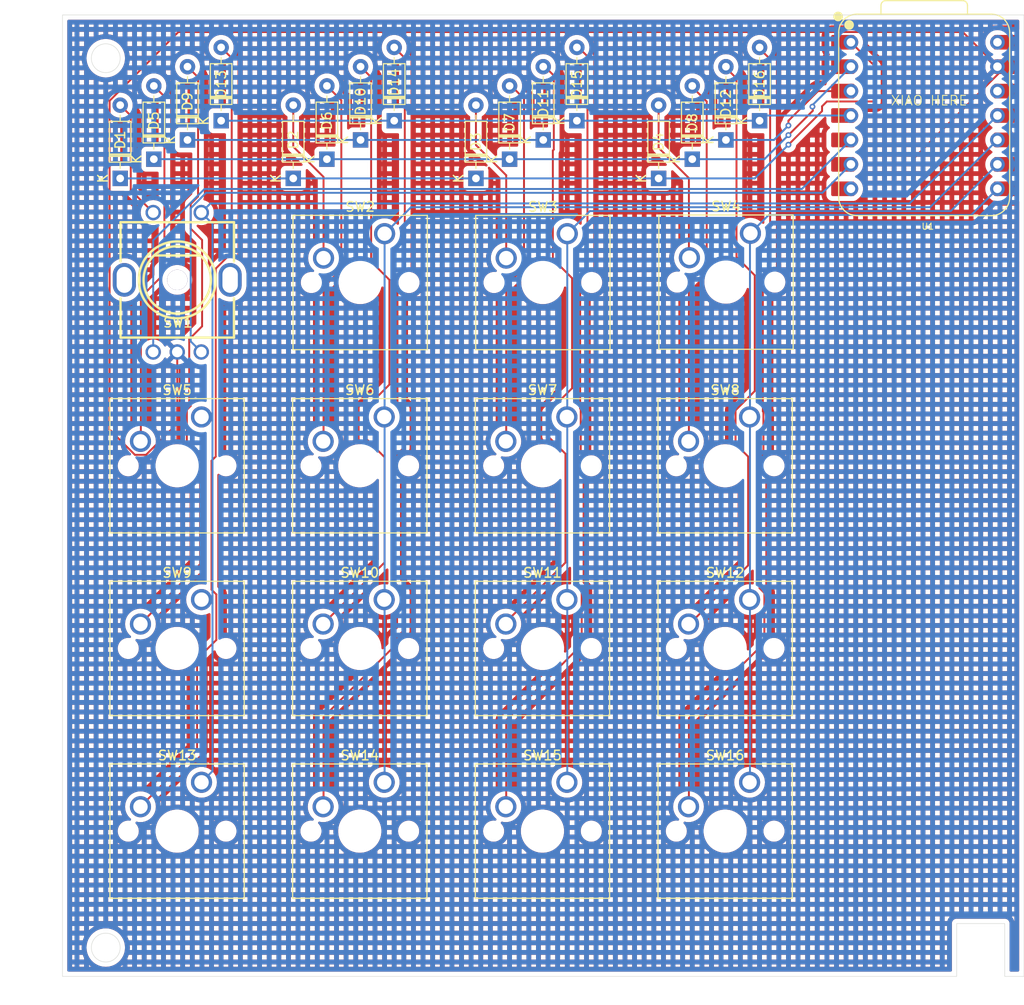
<source format=kicad_pcb>
(kicad_pcb (version 20240108) (generator "pcbnew") (generator_version "8.0")
  (layers (0 "F.Cu" signal) (31 "B.Cu" signal) (34 "B.Paste" user) (35 "F.Paste" user) (36 "B.SilkS" user "B.Silkscreen") (37 "F.SilkS" user "F.Silkscreen") (38 "B.Mask" user) (39 "F.Mask" user) (44 "Edge.Cuts" user))
  (net 0 "")
  (net 1 "Net-(D1-A)")
  (net 2 "GND")
  (net 3 "R1")
  (net 4 "Net-(D2-A)")
  (net 5 "Net-(D3-A)")
  (net 6 "Net-(D4-A)")
  (net 7 "Net-(D5-A)")
  (net 8 "R2")
  (net 9 "Net-(D7-A)")
  (net 10 "+3.3V")
  (net 11 "+5V")
  (net 12 "Net-(D8-A)")
  (net 13 "Net-(D9-A)")
  (net 14 "R3")
  (net 15 "Net-(D11-A)")
  (net 16 "Net-(D12-A)")
  (net 17 "R4")
  (net 18 "Net-(D13-A)")
  (net 19 "Net-(D15-A)")
  (net 20 "Net-(D16-A)")
  (net 21 "A")
  (net 22 "B")
  (net 23 "C2")
  (net 24 "C3")
  (net 25 "C4")
  (net 26 "C1")
  (net 30 "Net-(D6-A)")
  (net 31 "Net-(D10-A)")
  (net 32 "Net-(D14-A)")
  (footprint "Diode_THT:D_DO-35_SOD27_P7.62mm_Horizontal" (layer "F.Cu") (at 53.5 35.5 90)
    (property "Reference" "D2" (at 4 0 90) (layer "F.SilkS"))
    (property "Value" "1N4148")
    (fp_text user "K" (at 0 -1.8 90) (layer "F.SilkS"))
    (pad "1" thru_hole rect (at 0 0 90) (size 1.6 1.6) (drill 0.8) (layers "*.Cu" "*.Mask") (net 3 "R1"))
    (pad "2" thru_hole oval (at 7.62 0 90) (size 1.6 1.6) (drill 0.8) (layers "*.Cu" "*.Mask") (net 4 "Net-(D2-A)"))
  )
  (footprint "Extra:SW_Cherry_MX_1.00u_PCB" (layer "F.Cu") (at 81.96 98.31)
    (property "Reference" "SW15" (at -2.54 -2.794 0) (layer "F.SilkS"))
    (property "Value" "SW_Push")
    (pad "" np_thru_hole circle (at -7.62 5.08) (size 1.7 1.7) (drill 1.7) (layers "*.Cu" "*.Mask"))
    (pad "" np_thru_hole circle (at -2.54 5.08) (size 4 4) (drill 4) (layers "*.Cu" "*.Mask"))
    (pad "" np_thru_hole circle (at 2.54 5.08) (size 1.7 1.7) (drill 1.7) (layers "*.Cu" "*.Mask"))
    (pad "1" thru_hole circle (at 0 0) (size 2.2 2.2) (drill 1.5) (layers "*.Cu" "*.Mask") (net 24 "C3"))
    (pad "2" thru_hole circle (at -6.35 2.54) (size 2.2 2.2) (drill 1.5) (layers "*.Cu" "*.Mask") (net 19 "Net-(D15-A)"))
  )
  (footprint "Diode_THT:D_DO-35_SOD27_P7.62mm_Horizontal" (layer "F.Cu") (at 83 29.5 90)
    (property "Reference" "D15" (at 3.81 0 90) (layer "F.SilkS"))
    (property "Value" "1N4148")
    (fp_text user "K" (at 0 -1.8 90) (layer "F.SilkS"))
    (pad "1" thru_hole rect (at 0 0 90) (size 1.6 1.6) (drill 0.8) (layers "*.Cu" "*.Mask") (net 17 "R4"))
    (pad "2" thru_hole oval (at 7.62 0 90) (size 1.6 1.6) (drill 0.8) (layers "*.Cu" "*.Mask") (net 19 "Net-(D15-A)"))
  )
  (footprint "Diode_THT:D_DO-35_SOD27_P7.62mm_Horizontal" (layer "F.Cu") (at 64 29.5 90)
    (property "Reference" "D14" (at 4 0 90) (layer "F.SilkS"))
    (property "Value" "1N4148")
    (fp_text user "K" (at 0 -1.8 90) (layer "F.SilkS"))
    (pad "1" thru_hole rect (at 0 0 90) (size 1.6 1.6) (drill 0.8) (layers "*.Cu" "*.Mask") (net 17 "R4"))
    (pad "2" thru_hole oval (at 7.62 0 90) (size 1.6 1.6) (drill 0.8) (layers "*.Cu" "*.Mask") (net 32 "Net-(D14-A)"))
  )
  (footprint "Diode_THT:D_DO-35_SOD27_P7.62mm_Horizontal" (layer "F.Cu") (at 39 33.5 90)
    (property "Reference" "D5" (at 4 0 90) (layer "F.SilkS"))
    (property "Value" "1N4148")
    (fp_text user "K" (at 0 -1.8 90) (layer "F.SilkS"))
    (pad "1" thru_hole rect (at 0 0 90) (size 1.6 1.6) (drill 0.8) (layers "*.Cu" "*.Mask") (net 8 "R2"))
    (pad "2" thru_hole oval (at 7.62 0 90) (size 1.6 1.6) (drill 0.8) (layers "*.Cu" "*.Mask") (net 7 "Net-(D5-A)"))
  )
  (footprint "Diode_THT:D_DO-35_SOD27_P7.62mm_Horizontal" (layer "F.Cu") (at 57 33.5 90)
    (property "Reference" "D6" (at 4 0 90) (layer "F.SilkS"))
    (property "Value" "1N4148")
    (fp_text user "K" (at 0 -1.8 90) (layer "F.SilkS"))
    (pad "1" thru_hole rect (at 0 0 90) (size 1.6 1.6) (drill 0.8) (layers "*.Cu" "*.Mask") (net 8 "R2"))
    (pad "2" thru_hole oval (at 7.62 0 90) (size 1.6 1.6) (drill 0.8) (layers "*.Cu" "*.Mask") (net 30 "Net-(D6-A)"))
  )
  (footprint "Extra:SW_Cherry_MX_1.00u_PCB" (layer "F.Cu") (at 82 41.25)
    (property "Reference" "SW3" (at -2.54 -2.794 0) (layer "F.SilkS"))
    (property "Value" "SW_Push")
    (pad "" np_thru_hole circle (at -7.62 5.08) (size 1.7 1.7) (drill 1.7) (layers "*.Cu" "*.Mask"))
    (pad "" np_thru_hole circle (at -2.54 5.08) (size 4 4) (drill 4) (layers "*.Cu" "*.Mask"))
    (pad "" np_thru_hole circle (at 2.54 5.08) (size 1.7 1.7) (drill 1.7) (layers "*.Cu" "*.Mask"))
    (pad "1" thru_hole circle (at 0 0) (size 2.2 2.2) (drill 1.5) (layers "*.Cu" "*.Mask") (net 24 "C3"))
    (pad "2" thru_hole circle (at -6.35 2.54) (size 2.2 2.2) (drill 1.5) (layers "*.Cu" "*.Mask") (net 5 "Net-(D3-A)"))
  )
  (footprint "Extra:SW_Cherry_MX_1.00u_PCB" (layer "F.Cu") (at 81.96 79.31)
    (property "Reference" "SW11" (at -2.54 -2.794 0) (layer "F.SilkS"))
    (property "Value" "SW_Push")
    (pad "" np_thru_hole circle (at -7.62 5.08) (size 1.7 1.7) (drill 1.7) (layers "*.Cu" "*.Mask"))
    (pad "" np_thru_hole circle (at -2.54 5.08) (size 4 4) (drill 4) (layers "*.Cu" "*.Mask"))
    (pad "" np_thru_hole circle (at 2.54 5.08) (size 1.7 1.7) (drill 1.7) (layers "*.Cu" "*.Mask"))
    (pad "1" thru_hole circle (at 0 0) (size 2.2 2.2) (drill 1.5) (layers "*.Cu" "*.Mask") (net 24 "C3"))
    (pad "2" thru_hole circle (at -6.35 2.54) (size 2.2 2.2) (drill 1.5) (layers "*.Cu" "*.Mask") (net 15 "Net-(D11-A)"))
  )
  (footprint "Diode_THT:D_DO-35_SOD27_P7.62mm_Horizontal" (layer "F.Cu") (at 98.5 31.5 90)
    (property "Reference" "D12" (at 3.81 0 90) (layer "F.SilkS"))
    (property "Value" "1N4148")
    (fp_text user "K" (at 0 -1.8 90) (layer "F.SilkS"))
    (pad "1" thru_hole rect (at 0 0 90) (size 1.6 1.6) (drill 0.8) (layers "*.Cu" "*.Mask") (net 14 "R3"))
    (pad "2" thru_hole oval (at 7.62 0 90) (size 1.6 1.6) (drill 0.8) (layers "*.Cu" "*.Mask") (net 16 "Net-(D12-A)"))
  )
  (footprint "Diode_THT:D_DO-35_SOD27_P7.62mm_Horizontal" (layer "F.Cu") (at 60.5 31.5 90)
    (property "Reference" "D10" (at 4 0 90) (layer "F.SilkS"))
    (property "Value" "1N4148")
    (fp_text user "K" (at 0 -1.8 90) (layer "F.SilkS"))
    (pad "1" thru_hole rect (at 0 0 90) (size 1.6 1.6) (drill 0.8) (layers "*.Cu" "*.Mask") (net 14 "R3"))
    (pad "2" thru_hole oval (at 7.62 0 90) (size 1.6 1.6) (drill 0.8) (layers "*.Cu" "*.Mask") (net 31 "Net-(D10-A)"))
  )
  (footprint "Diode_THT:D_DO-35_SOD27_P7.62mm_Horizontal" (layer "F.Cu") (at 46 29.5 90)
    (property "Reference" "D13" (at 3.81 0 90) (layer "F.SilkS"))
    (property "Value" "1N4148")
    (fp_text user "K" (at 0 -1.8 90) (layer "F.SilkS"))
    (pad "1" thru_hole rect (at 0 0 90) (size 1.6 1.6) (drill 0.8) (layers "*.Cu" "*.Mask") (net 17 "R4"))
    (pad "2" thru_hole oval (at 7.62 0 90) (size 1.6 1.6) (drill 0.8) (layers "*.Cu" "*.Mask") (net 18 "Net-(D13-A)"))
  )
  (footprint "Extra:SW_Cherry_MX_1.00u_PCB" (layer "F.Cu") (at 62.96 60.31)
    (property "Reference" "SW6" (at -2.54 -2.794 0) (layer "F.SilkS"))
    (property "Value" "SW_Push")
    (pad "" np_thru_hole circle (at -7.62 5.08) (size 1.7 1.7) (drill 1.7) (layers "*.Cu" "*.Mask"))
    (pad "" np_thru_hole circle (at -2.54 5.08) (size 4 4) (drill 4) (layers "*.Cu" "*.Mask"))
    (pad "" np_thru_hole circle (at 2.54 5.08) (size 1.7 1.7) (drill 1.7) (layers "*.Cu" "*.Mask"))
    (pad "1" thru_hole circle (at 0 0) (size 2.2 2.2) (drill 1.5) (layers "*.Cu" "*.Mask") (net 23 "C2"))
    (pad "2" thru_hole circle (at -6.35 2.54) (size 2.2 2.2) (drill 1.5) (layers "*.Cu" "*.Mask") (net 30 "Net-(D6-A)"))
  )
  (footprint "Extra:SW_Cherry_MX_1.00u_PCB" (layer "F.Cu") (at 101.05 41.21)
    (property "Reference" "SW4" (at -2.54 -2.794 0) (layer "F.SilkS"))
    (property "Value" "SW_Push")
    (pad "" np_thru_hole circle (at -7.62 5.08) (size 1.7 1.7) (drill 1.7) (layers "*.Cu" "*.Mask"))
    (pad "" np_thru_hole circle (at -2.54 5.08) (size 4 4) (drill 4) (layers "*.Cu" "*.Mask"))
    (pad "" np_thru_hole circle (at 2.54 5.08) (size 1.7 1.7) (drill 1.7) (layers "*.Cu" "*.Mask"))
    (pad "1" thru_hole circle (at 0 0) (size 2.2 2.2) (drill 1.5) (layers "*.Cu" "*.Mask") (net 25 "C4"))
    (pad "2" thru_hole circle (at -6.35 2.54) (size 2.2 2.2) (drill 1.5) (layers "*.Cu" "*.Mask") (net 6 "Net-(D4-A)"))
  )
  (footprint "Diode_THT:D_DO-35_SOD27_P7.62mm_Horizontal" (layer "F.Cu") (at 42.5 31.5 90)
    (property "Reference" "D9" (at 4 0 90) (layer "F.SilkS"))
    (property "Value" "1N4148")
    (fp_text user "K" (at 0 -1.8 90) (layer "F.SilkS"))
    (pad "1" thru_hole rect (at 0 0 90) (size 1.6 1.6) (drill 0.8) (layers "*.Cu" "*.Mask") (net 14 "R3"))
    (pad "2" thru_hole oval (at 7.62 0 90) (size 1.6 1.6) (drill 0.8) (layers "*.Cu" "*.Mask") (net 13 "Net-(D9-A)"))
  )
  (footprint "Extra:SW_Cherry_MX_1.00u_PCB" (layer "F.Cu") (at 100.96 79.31)
    (property "Reference" "SW12" (at -2.54 -2.794 0) (layer "F.SilkS"))
    (property "Value" "SW_Push")
    (pad "" np_thru_hole circle (at -7.62 5.08) (size 1.7 1.7) (drill 1.7) (layers "*.Cu" "*.Mask"))
    (pad "" np_thru_hole circle (at -2.54 5.08) (size 4 4) (drill 4) (layers "*.Cu" "*.Mask"))
    (pad "" np_thru_hole circle (at 2.54 5.08) (size 1.7 1.7) (drill 1.7) (layers "*.Cu" "*.Mask"))
    (pad "1" thru_hole circle (at 0 0) (size 2.2 2.2) (drill 1.5) (layers "*.Cu" "*.Mask") (net 25 "C4"))
    (pad "2" thru_hole circle (at -6.35 2.54) (size 2.2 2.2) (drill 1.5) (layers "*.Cu" "*.Mask") (net 16 "Net-(D12-A)"))
  )
  (footprint "Diode_THT:D_DO-35_SOD27_P7.62mm_Horizontal" (layer "F.Cu") (at 102 29.5 90)
    (property "Reference" "D16" (at 3.81 0 90) (layer "F.SilkS"))
    (property "Value" "1N4148")
    (fp_text user "K" (at 0 -1.8 90) (layer "F.SilkS"))
    (pad "1" thru_hole rect (at 0 0 90) (size 1.6 1.6) (drill 0.8) (layers "*.Cu" "*.Mask") (net 17 "R4"))
    (pad "2" thru_hole oval (at 7.62 0 90) (size 1.6 1.6) (drill 0.8) (layers "*.Cu" "*.Mask") (net 20 "Net-(D16-A)"))
  )
  (footprint "Diode_THT:D_DO-35_SOD27_P7.62mm_Horizontal" (layer "F.Cu") (at 76 33.5 90)
    (property "Reference" "D7" (at 3.81 0 90) (layer "F.SilkS"))
    (property "Value" "1N4148")
    (fp_text user "K" (at 0 -1.8 90) (layer "F.SilkS"))
    (pad "1" thru_hole rect (at 0 0 90) (size 1.6 1.6) (drill 0.8) (layers "*.Cu" "*.Mask") (net 8 "R2"))
    (pad "2" thru_hole oval (at 7.62 0 90) (size 1.6 1.6) (drill 0.8) (layers "*.Cu" "*.Mask") (net 9 "Net-(D7-A)"))
  )
  (footprint "Seeed Studio XIAO Series Library:XIAO-RP2040-DIP" (layer "F.Cu") (at 119.12 28.96)
    (property "Reference" "U1" (at 0.38 11.54 0) (layer "F.SilkS") (effects (font (size 0.635 0.635) (thickness 0.1016))))
    (property "Value" "MOUDLE-SEEEDUINO-XIAO")
    (pad "1" smd roundrect (at -8.455 -7.62 180) (size 2.432 1.524) (layers "F.Cu" "F.Mask") (roundrect_rratio 0.1) (net 3 "R1"))
    (pad "1" thru_hole circle (at -7.62 -7.62 180) (size 1.524 1.524) (drill 0.889) (layers "*.Cu" "*.Mask") (net 3 "R1"))
    (pad "2" smd roundrect (at -8.455 -5.08 180) (size 2.432 1.524) (layers "F.Cu" "F.Mask") (roundrect_rratio 0.1) (net 8 "R2"))
    (pad "2" thru_hole circle (at -7.62 -5.08 180) (size 1.524 1.524) (drill 0.889) (layers "*.Cu" "*.Mask") (net 8 "R2"))
    (pad "3" smd roundrect (at -8.455 -2.54 180) (size 2.432 1.524) (layers "F.Cu" "F.Mask") (roundrect_rratio 0.1) (net 14 "R3"))
    (pad "3" thru_hole circle (at -7.62 -2.54 180) (size 1.524 1.524) (drill 0.889) (layers "*.Cu" "*.Mask") (net 14 "R3"))
    (pad "4" smd roundrect (at -8.455 0 180) (size 2.432 1.524) (layers "F.Cu" "F.Mask") (roundrect_rratio 0.1) (net 17 "R4"))
    (pad "4" thru_hole circle (at -7.62 0 180) (size 1.524 1.524) (drill 0.889) (layers "*.Cu" "*.Mask") (net 17 "R4"))
    (pad "5" smd roundrect (at -8.455 2.54 180) (size 2.432 1.524) (layers "F.Cu" "F.Mask") (roundrect_rratio 0.1) (net 21 "A"))
    (pad "5" thru_hole circle (at -7.62 2.54 180) (size 1.524 1.524) (drill 0.889) (layers "*.Cu" "*.Mask") (net 21 "A"))
    (pad "6" smd roundrect (at -8.455 5.08 180) (size 2.432 1.524) (layers "F.Cu" "F.Mask") (roundrect_rratio 0.1) (net 22 "B"))
    (pad "6" thru_hole circle (at -7.62 5.08 180) (size 1.524 1.524) (drill 0.889) (layers "*.Cu" "*.Mask") (net 22 "B"))
    (pad "7" smd roundrect (at -8.455 7.62 180) (size 2.432 1.524) (layers "F.Cu" "F.Mask") (roundrect_rratio 0.1))
    (pad "7" thru_hole circle (at -7.62 7.62 180) (size 1.524 1.524) (drill 0.889) (layers "*.Cu" "*.Mask"))
    (pad "8" thru_hole circle (at 7.62 7.62) (size 1.524 1.524) (drill 0.889) (layers "*.Cu" "*.Mask") (net 25 "C4"))
    (pad "8" smd roundrect (at 8.455 7.62) (size 2.432 1.524) (layers "F.Cu" "F.Mask") (roundrect_rratio 0.1) (net 25 "C4"))
    (pad "9" thru_hole circle (at 7.62 5.08) (size 1.524 1.524) (drill 0.889) (layers "*.Cu" "*.Mask") (net 24 "C3"))
    (pad "9" smd roundrect (at 8.455 5.08) (size 2.432 1.524) (layers "F.Cu" "F.Mask") (roundrect_rratio 0.1) (net 24 "C3"))
    (pad "10" thru_hole circle (at 7.62 2.54) (size 1.524 1.524) (drill 0.889) (layers "*.Cu" "*.Mask") (net 23 "C2"))
    (pad "10" smd roundrect (at 8.455 2.54) (size 2.432 1.524) (layers "F.Cu" "F.Mask") (roundrect_rratio 0.1) (net 23 "C2"))
    (pad "11" thru_hole circle (at 7.62 0) (size 1.524 1.524) (drill 0.889) (layers "*.Cu" "*.Mask") (net 26 "C1"))
    (pad "11" smd roundrect (at 8.455 0) (size 2.432 1.524) (layers "F.Cu" "F.Mask") (roundrect_rratio 0.1) (net 26 "C1"))
    (pad "12" thru_hole circle (at 7.62 -2.54) (size 1.524 1.524) (drill 0.889) (layers "*.Cu" "*.Mask") (net 10 "+3.3V"))
    (pad "12" smd roundrect (at 8.455 -2.54) (size 2.432 1.524) (layers "F.Cu" "F.Mask") (roundrect_rratio 0.1) (net 10 "+3.3V"))
    (pad "13" thru_hole circle (at 7.62 -5.08) (size 1.524 1.524) (drill 0.889) (layers "*.Cu" "*.Mask") (net 2 "GND"))
    (pad "13" smd roundrect (at 8.455 -5.08) (size 2.432 1.524) (layers "F.Cu" "F.Mask") (roundrect_rratio 0.1) (net 2 "GND"))
    (pad "14" thru_hole circle (at 7.62 -7.62) (size 1.524 1.524) (drill 0.889) (layers "*.Cu" "*.Mask") (net 11 "+5V"))
    (pad "14" smd roundrect (at 8.455 -7.62) (size 2.432 1.524) (layers "F.Cu" "F.Mask") (roundrect_rratio 0.1) (net 11 "+5V"))
  )
  (footprint "Extra:SW_Cherry_MX_1.00u_PCB" (layer "F.Cu") (at 43.96 60.31)
    (property "Reference" "SW5" (at -2.54 -2.794 0) (layer "F.SilkS"))
    (property "Value" "SW_Push")
    (pad "" np_thru_hole circle (at -7.62 5.08) (size 1.7 1.7) (drill 1.7) (layers "*.Cu" "*.Mask"))
    (pad "" np_thru_hole circle (at -2.54 5.08) (size 4 4) (drill 4) (layers "*.Cu" "*.Mask"))
    (pad "" np_thru_hole circle (at 2.54 5.08) (size 1.7 1.7) (drill 1.7) (layers "*.Cu" "*.Mask"))
    (pad "1" thru_hole circle (at 0 0) (size 2.2 2.2) (drill 1.5) (layers "*.Cu" "*.Mask") (net 26 "C1"))
    (pad "2" thru_hole circle (at -6.35 2.54) (size 2.2 2.2) (drill 1.5) (layers "*.Cu" "*.Mask") (net 7 "Net-(D5-A)"))
  )
  (footprint "Diode_THT:D_DO-35_SOD27_P7.62mm_Horizontal" (layer "F.Cu") (at 35.5 35.5 90)
    (property "Reference" "D1" (at 4 0 90) (layer "F.SilkS"))
    (property "Value" "1N4148")
    (fp_text user "K" (at 0 -1.8 90) (layer "F.SilkS"))
    (pad "1" thru_hole rect (at 0 0 90) (size 1.6 1.6) (drill 0.8) (layers "*.Cu" "*.Mask") (net 3 "R1"))
    (pad "2" thru_hole oval (at 7.62 0 90) (size 1.6 1.6) (drill 0.8) (layers "*.Cu" "*.Mask") (net 1 "Net-(D1-A)"))
  )
  (footprint "Diode_THT:D_DO-35_SOD27_P7.62mm_Horizontal" (layer "F.Cu") (at 79.5 31.5 90)
    (property "Reference" "D11" (at 3.81 0 90) (layer "F.SilkS"))
    (property "Value" "1N4148")
    (fp_text user "K" (at 0 -1.8 90) (layer "F.SilkS"))
    (pad "1" thru_hole rect (at 0 0 90) (size 1.6 1.6) (drill 0.8) (layers "*.Cu" "*.Mask") (net 14 "R3"))
    (pad "2" thru_hole oval (at 7.62 0 90) (size 1.6 1.6) (drill 0.8) (layers "*.Cu" "*.Mask") (net 15 "Net-(D11-A)"))
  )
  (footprint "easyeda2kicad:SW-TH_EC11G1534414" (layer "F.Cu") (at 41.435 46.305)
    (property "Reference" "SW1" (at 0.065 4.195 0) (layer "F.SilkS"))
    (property "Value" "EC11G1534414")
    (pad "" thru_hole circle (at 0 -0.25) (size 2.1 2.1) (drill 2.1) (layers "*.Cu" "*.Mask"))
    (pad "6" thru_hole oval (at -5.5 -0.25 180) (size 2.4 3.5) (drill oval 1.599997 2.70002) (layers "*.Cu" "*.Mask"))
    (pad "7" thru_hole oval (at 5.5 -0.25) (size 2.4 3.5) (drill oval 1.599997 2.70002) (layers "*.Cu" "*.Mask"))
    (pad "A" thru_hole circle (at -2.5 7.25) (size 1.6 1.6) (drill 1.100023) (layers "*.Cu" "*.Mask") (net 21 "A"))
    (pad "B" thru_hole circle (at 2.5 7.25) (size 1.6 1.6) (drill 1.100023) (layers "*.Cu" "*.Mask") (net 22 "B"))
    (pad "C" thru_hole circle (at 0 7.25) (size 1.6 1.6) (drill 1.100023) (layers "*.Cu" "*.Mask") (net 2 "GND"))
    (pad "D" thru_hole circle (at -2.5 -7.25) (size 1.6 1.6) (drill 1.100023) (layers "*.Cu" "*.Mask") (net 1 "Net-(D1-A)"))
    (pad "E" thru_hole circle (at 2.5 -7.25) (size 1.6 1.6) (drill 1.100023) (layers "*.Cu" "*.Mask") (net 26 "C1"))
  )
  (footprint "Extra:SW_Cherry_MX_1.00u_PCB" (layer "F.Cu") (at 63 41.25)
    (property "Reference" "SW2" (at -2.54 -2.794 0) (layer "F.SilkS"))
    (property "Value" "SW_Push")
    (pad "" np_thru_hole circle (at -7.62 5.08) (size 1.7 1.7) (drill 1.7) (layers "*.Cu" "*.Mask"))
    (pad "" np_thru_hole circle (at -2.54 5.08) (size 4 4) (drill 4) (layers "*.Cu" "*.Mask"))
    (pad "" np_thru_hole circle (at 2.54 5.08) (size 1.7 1.7) (drill 1.7) (layers "*.Cu" "*.Mask"))
    (pad "1" thru_hole circle (at 0 0) (size 2.2 2.2) (drill 1.5) (layers "*.Cu" "*.Mask") (net 23 "C2"))
    (pad "2" thru_hole circle (at -6.35 2.54) (size 2.2 2.2) (drill 1.5) (layers "*.Cu" "*.Mask") (net 4 "Net-(D2-A)"))
  )
  (footprint "Extra:SW_Cherry_MX_1.00u_PCB" (layer "F.Cu") (at 43.96 98.31)
    (property "Reference" "SW13" (at -2.54 -2.794 0) (layer "F.SilkS"))
    (property "Value" "SW_Push")
    (pad "" np_thru_hole circle (at -7.62 5.08) (size 1.7 1.7) (drill 1.7) (layers "*.Cu" "*.Mask"))
    (pad "" np_thru_hole circle (at -2.54 5.08) (size 4 4) (drill 4) (layers "*.Cu" "*.Mask"))
    (pad "" np_thru_hole circle (at 2.54 5.08) (size 1.7 1.7) (drill 1.7) (layers "*.Cu" "*.Mask"))
    (pad "1" thru_hole circle (at 0 0) (size 2.2 2.2) (drill 1.5) (layers "*.Cu" "*.Mask") (net 26 "C1"))
    (pad "2" thru_hole circle (at -6.35 2.54) (size 2.2 2.2) (drill 1.5) (layers "*.Cu" "*.Mask") (net 18 "Net-(D13-A)"))
  )
  (footprint "Extra:SW_Cherry_MX_1.00u_PCB" (layer "F.Cu") (at 62.96 98.31)
    (property "Reference" "SW14" (at -2.54 -2.794 0) (layer "F.SilkS"))
    (property "Value" "SW_Push")
    (pad "" np_thru_hole circle (at -7.62 5.08) (size 1.7 1.7) (drill 1.7) (layers "*.Cu" "*.Mask"))
    (pad "" np_thru_hole circle (at -2.54 5.08) (size 4 4) (drill 4) (layers "*.Cu" "*.Mask"))
    (pad "" np_thru_hole circle (at 2.54 5.08) (size 1.7 1.7) (drill 1.7) (layers "*.Cu" "*.Mask"))
    (pad "1" thru_hole circle (at 0 0) (size 2.2 2.2) (drill 1.5) (layers "*.Cu" "*.Mask") (net 23 "C2"))
    (pad "2" thru_hole circle (at -6.35 2.54) (size 2.2 2.2) (drill 1.5) (layers "*.Cu" "*.Mask") (net 32 "Net-(D14-A)"))
  )
  (footprint "Extra:SW_Cherry_MX_1.00u_PCB" (layer "F.Cu") (at 81.96 60.31)
    (property "Reference" "SW7" (at -2.54 -2.794 0) (layer "F.SilkS"))
    (property "Value" "SW_Push")
    (pad "" np_thru_hole circle (at -7.62 5.08) (size 1.7 1.7) (drill 1.7) (layers "*.Cu" "*.Mask"))
    (pad "" np_thru_hole circle (at -2.54 5.08) (size 4 4) (drill 4) (layers "*.Cu" "*.Mask"))
    (pad "" np_thru_hole circle (at 2.54 5.08) (size 1.7 1.7) (drill 1.7) (layers "*.Cu" "*.Mask"))
    (pad "1" thru_hole circle (at 0 0) (size 2.2 2.2) (drill 1.5) (layers "*.Cu" "*.Mask") (net 24 "C3"))
    (pad "2" thru_hole circle (at -6.35 2.54) (size 2.2 2.2) (drill 1.5) (layers "*.Cu" "*.Mask") (net 9 "Net-(D7-A)"))
  )
  (footprint "Diode_THT:D_DO-35_SOD27_P7.62mm_Horizontal" (layer "F.Cu") (at 95 33.5 90)
    (property "Reference" "D8" (at 3.81 0 90) (layer "F.SilkS"))
    (property "Value" "1N4148")
    (fp_text user "K" (at 0 -1.8 90) (layer "F.SilkS"))
    (pad "1" thru_hole rect (at 0 0 90) (size 1.6 1.6) (drill 0.8) (layers "*.Cu" "*.Mask") (net 8 "R2"))
    (pad "2" thru_hole oval (at 7.62 0 90) (size 1.6 1.6) (drill 0.8) (layers "*.Cu" "*.Mask") (net 12 "Net-(D8-A)"))
  )
  (footprint "Extra:SW_Cherry_MX_1.00u_PCB" (layer "F.Cu") (at 43.96 79.31)
    (property "Reference" "SW9" (at -2.54 -2.794 0) (layer "F.SilkS"))
    (property "Value" "SW_Push")
    (pad "" np_thru_hole circle (at -7.62 5.08) (size 1.7 1.7) (drill 1.7) (layers "*.Cu" "*.Mask"))
    (pad "" np_thru_hole circle (at -2.54 5.08) (size 4 4) (drill 4) (layers "*.Cu" "*.Mask"))
    (pad "" np_thru_hole circle (at 2.54 5.08) (size 1.7 1.7) (drill 1.7) (layers "*.Cu" "*.Mask"))
    (pad "1" thru_hole circle (at 0 0) (size 2.2 2.2) (drill 1.5) (layers "*.Cu" "*.Mask") (net 26 "C1"))
    (pad "2" thru_hole circle (at -6.35 2.54) (size 2.2 2.2) (drill 1.5) (layers "*.Cu" "*.Mask") (net 13 "Net-(D9-A)"))
  )
  (footprint "Extra:SW_Cherry_MX_1.00u_PCB" (layer "F.Cu") (at 100.96 60.31)
    (property "Reference" "SW8" (at -2.54 -2.794 0) (layer "F.SilkS"))
    (property "Value" "SW_Push")
    (pad "" np_thru_hole circle (at -7.62 5.08) (size 1.7 1.7) (drill 1.7) (layers "*.Cu" "*.Mask"))
    (pad "" np_thru_hole circle (at -2.54 5.08) (size 4 4) (drill 4) (layers "*.Cu" "*.Mask"))
    (pad "" np_thru_hole circle (at 2.54 5.08) (size 1.7 1.7) (drill 1.7) (layers "*.Cu" "*.Mask"))
    (pad "1" thru_hole circle (at 0 0) (size 2.2 2.2) (drill 1.5) (layers "*.Cu" "*.Mask") (net 25 "C4"))
    (pad "2" thru_hole circle (at -6.35 2.54) (size 2.2 2.2) (drill 1.5) (layers "*.Cu" "*.Mask") (net 12 "Net-(D8-A)"))
  )
  (footprint "Extra:SW_Cherry_MX_1.00u_PCB" (layer "F.Cu") (at 100.96 98.31)
    (property "Reference" "SW16" (at -2.54 -2.794 0) (layer "F.SilkS"))
    (property "Value" "SW_Push")
    (pad "" np_thru_hole circle (at -7.62 5.08) (size 1.7 1.7) (drill 1.7) (layers "*.Cu" "*.Mask"))
    (pad "" np_thru_hole circle (at -2.54 5.08) (size 4 4) (drill 4) (layers "*.Cu" "*.Mask"))
    (pad "" np_thru_hole circle (at 2.54 5.08) (size 1.7 1.7) (drill 1.7) (layers "*.Cu" "*.Mask"))
    (pad "1" thru_hole circle (at 0 0) (size 2.2 2.2) (drill 1.5) (layers "*.Cu" "*.Mask") (net 25 "C4"))
    (pad "2" thru_hole circle (at -6.35 2.54) (size 2.2 2.2) (drill 1.5) (layers "*.Cu" "*.Mask") (net 20 "Net-(D16-A)"))
  )
  (footprint "Diode_THT:D_DO-35_SOD27_P7.62mm_Horizontal" (layer "F.Cu") (at 72.5 35.5 90)
    (property "Reference" "D3" (at 3.81 0 90) (layer "F.SilkS"))
    (property "Value" "1N4148")
    (fp_text user "K" (at 0 -1.8 90) (layer "F.SilkS"))
    (pad "1" thru_hole rect (at 0 0 90) (size 1.6 1.6) (drill 0.8) (layers "*.Cu" "*.Mask") (net 3 "R1"))
    (pad "2" thru_hole oval (at 7.62 0 90) (size 1.6 1.6) (drill 0.8) (layers "*.Cu" "*.Mask") (net 5 "Net-(D3-A)"))
  )
  (footprint "Extra:SW_Cherry_MX_1.00u_PCB" (layer "F.Cu") (at 62.96 79.31)
    (property "Reference" "SW10" (at -2.54 -2.794 0) (layer "F.SilkS"))
    (property "Value" "SW_Push")
    (pad "" np_thru_hole circle (at -7.62 5.08) (size 1.7 1.7) (drill 1.7) (layers "*.Cu" "*.Mask"))
    (pad "" np_thru_hole circle (at -2.54 5.08) (size 4 4) (drill 4) (layers "*.Cu" "*.Mask"))
    (pad "" np_thru_hole circle (at 2.54 5.08) (size 1.7 1.7) (drill 1.7) (layers "*.Cu" "*.Mask"))
    (pad "1" thru_hole circle (at 0 0) (size 2.2 2.2) (drill 1.5) (layers "*.Cu" "*.Mask") (net 23 "C2"))
    (pad "2" thru_hole circle (at -6.35 2.54) (size 2.2 2.2) (drill 1.5) (layers "*.Cu" "*.Mask") (net 31 "Net-(D10-A)"))
  )
  (footprint "Diode_THT:D_DO-35_SOD27_P7.62mm_Horizontal" (layer "F.Cu") (at 91.5 35.5 90)
    (property "Reference" "D4" (at 3.81 0 90) (layer "F.SilkS"))
    (property "Value" "1N4148")
    (fp_text user "K" (at 0 -1.8 90) (layer "F.SilkS"))
    (pad "1" thru_hole rect (at 0 0 90) (size 1.6 1.6) (drill 0.8) (layers "*.Cu" "*.Mask") (net 3 "R1"))
    (pad "2" thru_hole oval (at 7.62 0 90) (size 1.6 1.6) (drill 0.8) (layers "*.Cu" "*.Mask") (net 6 "Net-(D4-A)"))
  )
  (gr_poly (pts (xy 127.5 118.5) (xy 129.5 118.5) (xy 129.5 18.5) (xy 29.5 18.5) (xy 29.5 118.5) (xy 122.5 118.5) (xy 122.5 113) (xy 127.5 113)) (stroke (width 0.05)) (fill none) (layer "Edge.Cuts"))
  (gr_circle (center 34 115.5) (end 35.5 115.5) (stroke (width 0.05)) (fill none) (layer "Edge.Cuts"))
  (gr_circle (center 34 23) (end 34 21.5) (stroke (width 0.05)) (fill none) (layer "Edge.Cuts"))
  (gr_text "XIAO HERE" (at 115.59 27.99 0) (layer "F.SilkS") (effects (font (size 1 1) (thickness 0.1)) (justify left bottom)))
  (segment (start 36.6 36.72) (end 38.935 39.055) (width 0.2) (layer "F.Cu") (net 1))
  (segment (start 35.5 27.88) (end 36.6 28.98) (width 0.2) (layer "F.Cu") (net 1))
  (segment (start 36.6 28.98) (end 36.6 36.72) (width 0.2) (layer "F.Cu") (net 1))
  (segment (start 37.030101 64.25) (end 34.4 61.619899) (width 0.2) (layer "F.Cu") (net 2))
  (segment (start 34.4 27.424365) (end 41.546365 20.278) (width 0.2) (layer "F.Cu") (net 2))
  (segment (start 41.435 61.004899) (end 38.189899 64.25) (width 0.2) (layer "F.Cu") (net 2))
  (segment (start 38.189899 64.25) (end 37.030101 64.25) (width 0.2) (layer "F.Cu") (net 2))
  (segment (start 123.138 20.278) (end 126.74 23.88) (width 0.2) (layer "F.Cu") (net 2))
  (segment (start 127.575 23.88) (end 118 33.455) (width 0.2) (layer "F.Cu") (net 2))
  (segment (start 41.435 53.555) (end 41.435 61.004899) (width 0.2) (layer "F.Cu") (net 2))
  (segment (start 41.546365 20.278) (end 123.138 20.278) (width 0.2) (layer "F.Cu") (net 2))
  (segment (start 34.4 61.619899) (end 34.4 27.424365) (width 0.2) (layer "F.Cu") (net 2))
  (segment (start 114 23.84) (end 111.5 21.34) (width 0.2) (layer "F.Cu") (net 3))
  (segment (start 108.5 28) (end 109 27.5) (width 0.2) (layer "F.Cu") (net 3))
  (segment (start 105 32) (end 108.5 28.5) (width 0.2) (layer "F.Cu") (net 3))
  (segment (start 114 27.5) (end 114 23.84) (width 0.2) (layer "F.Cu") (net 3))
  (segment (start 109 27.5) (end 114 27.5) (width 0.2) (layer "F.Cu") (net 3))
  (segment (start 108.5 28.5) (end 108.5 28) (width 0.2) (layer "F.Cu") (net 3))
  (via (at 105 32) (size 0.6) (drill 0.3) (layers "F.Cu" "B.Cu") (net 3))
  (segment (start 91.5 35.5) (end 101.5 35.5) (width 0.2) (layer "B.Cu") (net 3))
  (segment (start 101.5 35.5) (end 105 32) (width 0.2) (layer "B.Cu") (net 3))
  (segment (start 35.5 35.5) (end 91.5 35.5) (width 0.2) (layer "B.Cu") (net 3))
  (segment (start 53.5 27.88) (end 53.5 32.2) (width 0.2) (layer "F.Cu") (net 4))
  (segment (start 56.65 35.35) (end 56.65 43.79) (width 0.2) (layer "F.Cu") (net 4))
  (segment (start 53.5 32.2) (end 56.65 35.35) (width 0.2) (layer "F.Cu") (net 4))
  (segment (start 72.5 32.026701) (end 75.65 35.176701) (width 0.2) (layer "F.Cu") (net 5))
  (segment (start 75.65 35.176701) (end 75.65 43.616701) (width 0.2) (layer "F.Cu") (net 5))
  (segment (start 72.5 27.706701) (end 72.5 32.026701) (width 0.2) (layer "F.Cu") (net 5))
  (segment (start 91.5 32.32) (end 94.65 35.47) (width 0.2) (layer "F.Cu") (net 6))
  (segment (start 91.5 28) (end 91.5 32.32) (width 0.2) (layer "F.Cu") (net 6))
  (segment (start 94.65 35.47) (end 94.65 43.91) (width 0.2) (layer "F.Cu") (net 6))
  (segment (start 40.1 26.98) (end 40.1 44.45) (width 0.2) (layer "F.Cu") (net 7))
  (segment (start 40.1 44.45) (end 39.66 44.89) (width 0.2) (layer "F.Cu") (net 7))
  (segment (start 37.65 47.85) (end 37.65 62.79) (width 0.2) (layer "F.Cu") (net 7))
  (segment (start 39 25.88) (end 40.1 26.98) (width 0.2) (layer "F.Cu") (net 7))
  (segment (start 39.66 44.89) (end 39.66 45.84) (width 0.2) (layer "F.Cu") (net 7))
  (segment (start 39.66 45.84) (end 37.65 47.85) (width 0.2) (layer "F.Cu") (net 7))
  (segment (start 107.532843 28.467157) (end 107.532843 28.032843) (width 0.2) (layer "F.Cu") (net 8))
  (segment (start 105 31) (end 107.532843 28.467157) (width 0.2) (layer "F.Cu") (net 8))
  (via (at 105 31) (size 0.6) (drill 0.3) (layers "F.Cu" "B.Cu") (net 8))
  (via (at 107.498957 28.03798) (size 0.6) (drill 0.3) (layers "F.Cu" "B.Cu") (net 8))
  (segment (start 102.5 33.5) (end 104.5 31.5) (width 0.2) (layer "B.Cu") (net 8))
  (segment (start 104.5 31.5) (end 105 31) (width 0.2) (layer "B.Cu") (net 8))
  (segment (start 39 33.5) (end 95 33.5) (width 0.2) (layer "B.Cu") (net 8))
  (segment (start 107.498957 28.03798) (end 107.498957 27.881043) (width 0.2) (layer "B.Cu") (net 8))
  (segment (start 107.498957 27.881043) (end 111.5 23.88) (width 0.2) (layer "B.Cu") (net 8))
  (segment (start 95 33.5) (end 102.5 33.5) (width 0.2) (layer "B.Cu") (net 8))
  (segment (start 76 25.706701) (end 77.5 27.206701) (width 0.2) (layer "F.Cu") (net 9))
  (segment (start 75.65 46.643299) (end 75.65 62.616701) (width 0.2) (layer "F.Cu") (net 9))
  (segment (start 77.5 44.793299) (end 75.65 46.643299) (width 0.2) (layer "F.Cu") (net 9))
  (segment (start 77.5 27.206701) (end 77.5 44.793299) (width 0.2) (layer "F.Cu") (net 9))
  (segment (start 95 26) (end 96.5 27.5) (width 0.2) (layer "F.Cu") (net 12))
  (segment (start 96.5 27.5) (end 96.5 44.5) (width 0.2) (layer "F.Cu") (net 12))
  (segment (start 94.65 46.35) (end 94.65 62.91) (width 0.2) (layer "F.Cu") (net 12))
  (segment (start 96.5 44.5) (end 94.65 46.35) (width 0.2) (layer "F.Cu") (net 12))
  (segment (start 43.6 25.1) (end 43.6 37.39) (width 0.2) (layer "F.Cu") (net 13))
  (segment (start 42.835 40.725) (end 44.02 41.91) (width 0.2) (layer "F.Cu") (net 13))
  (segment (start 43.6 37.39) (end 42.835 38.155) (width 0.2) (layer "F.Cu") (net 13))
  (segment (start 42.835 38.155) (end 42.835 40.725) (width 0.2) (layer "F.Cu") (net 13))
  (segment (start 44.02 41.91) (end 44.02 50.88) (width 0.2) (layer "F.Cu") (net 13))
  (segment (start 43.81 75.63) (end 37.65 81.79) (width 0.2) (layer "F.Cu") (net 13))
  (segment (start 43.5 25) (end 43.6 25.1) (width 0.2) (layer "F.Cu") (net 13))
  (segment (start 43.81 64.356598) (end 43.81 75.63) (width 0.2) (layer "F.Cu") (net 13))
  (segment (start 42.5 23.88) (end 43.5 24.88) (width 0.2) (layer "F.Cu") (net 13))
  (segment (start 42.433402 62.98) (end 43.81 64.356598) (width 0.2) (layer "F.Cu") (net 13))
  (segment (start 43.5 24.88) (end 43.5 25) (width 0.2) (layer "F.Cu") (net 13))
  (segment (start 42.68 59.01) (end 42.835 59.165) (width 0.2) (layer "F.Cu") (net 13))
  (segment (start 42.68 52.22) (end 42.68 59.01) (width 0.2) (layer "F.Cu") (net 13))
  (segment (start 42.433402 59.566598) (end 42.433402 62.98) (width 0.2) (layer "F.Cu") (net 13))
  (segment (start 42.835 59.165) (end 42.433402 59.566598) (width 0.2) (layer "F.Cu") (net 13))
  (segment (start 44.02 50.88) (end 42.68 52.22) (width 0.2) (layer "F.Cu") (net 13))
  (segment (start 108.08 26.42) (end 110.665 26.42) (width 0.2) (layer "F.Cu") (net 14))
  (segment (start 105 30) (end 105 29.5) (width 0.2) (layer "F.Cu") (net 14))
  (segment (start 105 29.5) (end 108.08 26.42) (width 0.2) (layer "F.Cu") (net 14))
  (via (at 105 30) (size 0.6) (drill 0.3) (layers "F.Cu" "B.Cu") (net 14))
  (segment (start 98.5 31.5) (end 103.5 31.5) (width 0.2) (layer "B.Cu") (net 14))
  (segment (start 103.5 31.5) (end 104 31) (width 0.2) (layer "B.Cu") (net 14))
  (segment (start 104.5 30.5) (end 105 30) (width 0.2) (layer "B.Cu") (net 14))
  (segment (start 98.5 31.5) (end 42.5 31.5) (width 0.2) (layer "B.Cu") (net 14))
  (segment (start 104 31) (end 104.5 30.5) (width 0.2) (layer "B.Cu") (net 14))
  (segment (start 80 62.326701) (end 81.81 64.136701) (width 0.2) (layer "F.Cu") (net 15))
  (segment (start 79.5 23.706701) (end 80.6 24.806701) (width 0.2) (layer "F.Cu") (net 15))
  (segment (start 80.6 24.806701) (end 80.6 32.5) (width 0.2) (layer "F.Cu") (net 15))
  (segment (start 80 59.826701) (end 80 62.326701) (width 0.2) (layer "F.Cu") (net 15))
  (segment (start 82.5 45.873299) (end 82.5 57.326701) (width 0.2) (layer "F.Cu") (net 15))
  (segment (start 82.5 57.326701) (end 80 59.826701) (width 0.2) (layer "F.Cu") (net 15))
  (segment (start 80.5 32.6) (end 80.5 43.873299) (width 0.2) (layer "F.Cu") (net 15))
  (segment (start 81.81 64.136701) (end 81.81 75.456701) (width 0.2) (layer "F.Cu") (net 15))
  (segment (start 80.6 32.5) (end 80.5 32.6) (width 0.2) (layer "F.Cu") (net 15))
  (segment (start 80.5 43.873299) (end 82.5 45.873299) (width 0.2) (layer "F.Cu") (net 15))
  (segment (start 81.81 75.456701) (end 75.65 81.616701) (width 0.2) (layer "F.Cu") (net 15))
  (segment (start 101.5 57.62) (end 99.5 59.62) (width 0.2) (layer "F.Cu") (net 16))
  (segment (start 98.5 24) (end 99.6 25.1) (width 0.2) (layer "F.Cu") (net 16))
  (segment (start 100.81 64.43) (end 100.81 75.75) (width 0.2) (layer "F.Cu") (net 16))
  (segment (start 101.5 45.583299) (end 101.5 57.62) (width 0.2) (layer "F.Cu") (net 16))
  (segment (start 99.5 59.62) (end 99.5 63.12) (width 0.2) (layer "F.Cu") (net 16))
  (segment (start 99.5 63.12) (end 100.81 64.43) (width 0.2) (layer "F.Cu") (net 16))
  (segment (start 100.81 75.75) (end 94.65 81.91) (width 0.2) (layer "F.Cu") (net 16))
  (segment (start 99.6 25.1) (end 99.6 43.683299) (width 0.2) (layer "F.Cu") (net 16))
  (segment (start 99.6 43.683299) (end 101.5 45.583299) (width 0.2) (layer "F.Cu") (net 16))
  (segment (start 111.5 28.96) (end 102.54 28.96) (width 0.2) (layer "B.Cu") (net 17))
  (segment (start 102.54 28.96) (end 102 29.5) (width 0.2) (layer "B.Cu") (net 17))
  (segment (start 110.96 29.5) (end 111.5 28.96) (width 0.2) (layer "B.Cu") (net 17))
  (segment (start 102 29.5) (end 46 29.5) (width 0.2) (layer "B.Cu") (net 17))
  (segment (start 45.435 44.88368) (end 45.435 64.435) (width 0.2) (layer "F.Cu") (net 18))
  (segment (start 47.1 23.1) (end 47.1 43.21868) (width 0.2) (layer "F.Cu") (net 18))
  (segment (start 47 23) (end 47.1 23.1) (width 0.2) (layer "F.Cu") (net 18))
  (segment (start 47 22.88) (end 47 23) (width 0.2) (layer "F.Cu") (net 18))
  (segment (start 46 21.88) (end 47 22.88) (width 0.2) (layer "F.Cu") (net 18))
  (segment (start 45 78.270101) (end 45.5 78.770101) (width 0.2) (layer "F.Cu") (net 18))
  (segment (start 45.5 78.770101) (end 45.5 83.5) (width 0.2) (layer "F.Cu") (net 18))
  (segment (start 45.5 83.5) (end 43.5 85.5) (width 0.2) (layer "F.Cu") (net 18))
  (segment (start 45 64.87) (end 45 78.270101) (width 0.2) (layer "F.Cu") (net 18))
  (segment (start 43.5 85.5) (end 43.5 94.94) (width 0.2) (layer "F.Cu") (net 18))
  (segment (start 45.435 64.435) (end 45 64.87) (width 0.2) (layer "F.Cu") (net 18))
  (segment (start 43.5 94.94) (end 37.65 100.79) (width 0.2) (layer "F.Cu") (net 18))
  (segment (start 47.1 43.21868) (end 45.435 44.88368) (width 0.2) (layer "F.Cu") (net 18))
  (segment (start 83 77.826701) (end 83.5 78.326701) (width 0.2) (layer "F.Cu") (net 19))
  (segment (start 83.5 78.326701) (end 83.5 83) (width 0.2) (layer "F.Cu") (net 19))
  (segment (start 84.1 22.806701) (end 84.1 44.726701) (width 0.2) (layer "F.Cu") (net 19))
  (segment (start 83.34 45.486701) (end 83.34 59.436802) (width 0.2) (layer "F.Cu") (net 19))
  (segment (start 83 21.706701) (end 84.1 22.806701) (width 0.2) (layer "F.Cu") (net 19))
  (segment (start 83.4 63.926701) (end 83 64.326701) (width 0.2) (layer "F.Cu") (net 19))
  (segment (start 83.5 83) (end 83 83.5) (width 0.2) (layer "F.Cu") (net 19))
  (segment (start 83.34 59.436802) (end 83.4 59.496802) (width 0.2) (layer "F.Cu") (net 19))
  (segment (start 83 64.326701) (end 83 77.826701) (width 0.2) (layer "F.Cu") (net 19))
  (segment (start 83 83.5) (end 83 84.5) (width 0.2) (layer "F.Cu") (net 19))
  (segment (start 84.1 44.726701) (end 83.34 45.486701) (width 0.2) (layer "F.Cu") (net 19))
  (segment (start 83 84.5) (end 75.65 91.85) (width 0.2) (layer "F.Cu") (net 19))
  (segment (start 83.4 59.496802) (end 83.4 63.926701) (width 0.2) (layer "F.Cu") (net 19))
  (segment (start 75.65 91.85) (end 75.65 100.616701) (width 0.2) (layer "F.Cu") (net 19))
  (segment (start 102 22) (end 103.1 23.1) (width 0.2) (layer "F.Cu") (net 20))
  (segment (start 103.1 23.1) (end 103.1 45.02) (width 0.2) (layer "F.Cu") (net 20))
  (segment (start 94.65 91.642944) (end 94.65 100.91) (width 0.2) (layer "F.Cu") (net 20))
  (segment (start 102 78.12) (end 102.5 78.62) (width 0.2) (layer "F.Cu") (net 20))
  (segment (start 102 64.62) (end 102 78.12) (width 0.2) (layer "F.Cu") (net 20))
  (segment (start 102.4 64.22) (end 102 64.62) (width 0.2) (layer "F.Cu") (net 20))
  (segment (start 102.34 45.78) (end 102.34 59.730101) (width 0.2) (layer "F.Cu") (net 20))
  (segment (start 102.5 78.62) (end 102.5 83.292944) (width 0.2) (layer "F.Cu") (net 20))
  (segment (start 103.1 45.02) (end 102.34 45.78) (width 0.2) (layer "F.Cu") (net 20))
  (segment (start 102.4 59.790101) (end 102.4 64.22) (width 0.2) (layer "F.Cu") (net 20))
  (segment (start 102.5 83.292944) (end 102 83.792944) (width 0.2) (layer "F.Cu") (net 20))
  (segment (start 102.34 59.730101) (end 102.4 59.790101) (width 0.2) (layer "F.Cu") (net 20))
  (segment (start 102 83.792944) (end 102 84.292944) (width 0.2) (layer "F.Cu") (net 20))
  (segment (start 102 84.292944) (end 94.65 91.642944) (width 0.2) (layer "F.Cu") (net 20))
  (segment (start 38.935 41.933679) (end 44.268679 36.6) (width 0.2) (layer "B.Cu") (net 21))
  (segment (start 38.935 53.555) (end 38.935 41.933679) (width 0.2) (layer "B.Cu") (net 21))
  (segment (start 106.4 36.6) (end 111.5 31.5) (width 0.2) (layer "B.Cu") (net 21))
  (segment (start 44.268679 36.6) (end 106.4 36.6) (width 0.2) (layer "B.Cu") (net 21))
  (segment (start 108.54 37) (end 44.434365 37) (width 0.2) (layer "B.Cu") (net 22))
  (segment (start 111.5 34.04) (end 108.54 37) (width 0.2) (layer "B.Cu") (net 22))
  (segment (start 42.835 38.599365) (end 42.835 52.455) (width 0.2) (layer "B.Cu") (net 22))
  (segment (start 44.434365 37) (end 42.835 38.599365) (width 0.2) (layer "B.Cu") (net 22))
  (segment (start 42.835 52.455) (end 43.935 53.555) (width 0.2) (layer "B.Cu") (net 22))
  (segment (start 119.74 38.5) (end 126.74 31.5) (width 0.2) (layer "B.Cu") (net 23))
  (segment (start 65.75 38.5) (end 119.74 38.5) (width 0.2) (layer "B.Cu") (net 23))
  (segment (start 63 98.25) (end 63 41.25) (width 0.2) (layer "B.Cu") (net 23))
  (segment (start 63 41.25) (end 65.75 38.5) (width 0.2) (layer "B.Cu") (net 23))
  (segment (start 121.88 38.9) (end 126.74 34.04) (width 0.2) (layer "B.Cu") (net 24))
  (segment (start 84.35 38.9) (end 121.88 38.9) (width 0.2) (layer "B.Cu") (net 24))
  (segment (start 82 41.25) (end 84.35 38.9) (width 0.2) (layer "B.Cu") (net 24))
  (segment (start 82 98.25) (end 82 41.25) (width 0.2) (layer "B.Cu") (net 24))
  (segment (start 101 98.25) (end 101 41.25) (width 0.2) (layer "B.Cu") (net 25))
  (segment (start 101 41.25) (end 102.95 39.3) (width 0.2) (layer "B.Cu") (net 25))
  (segment (start 102.95 39.3) (end 124.02 39.3) (width 0.2) (layer "B.Cu") (net 25))
  (segment (start 124.02 39.3) (end 126.74 36.58) (width 0.2) (layer "B.Cu") (net 25))
  (segment (start 44.89 38.1) (end 117.6 38.1) (width 0.2) (layer "B.Cu") (net 26))
  (segment (start 45.099999 40.219999) (end 43.935 39.055) (width 0.2) (layer "B.Cu") (net 26))
  (segment (start 45.099999 97.150001) (end 45.099999 40.219999) (width 0.2) (layer "B.Cu") (net 26))
  (segment (start 117.6 38.1) (end 126.74 28.96) (width 0.2) (layer "B.Cu") (net 26))
  (segment (start 43.935 39.055) (end 44.89 38.1) (width 0.2) (layer "B.Cu") (net 26))
  (segment (start 44 98.25) (end 45.099999 97.150001) (width 0.2) (layer "B.Cu") (net 26))
  (segment (start 58.5 44.966598) (end 56.65 46.816598) (width 0.2) (layer "F.Cu") (net 30))
  (segment (start 57 25.88) (end 58.5 27.38) (width 0.2) (layer "F.Cu") (net 30))
  (segment (start 56.65 46.816598) (end 56.65 62.79) (width 0.2) (layer "F.Cu") (net 30))
  (segment (start 58.5 27.38) (end 58.5 44.966598) (width 0.2) (layer "F.Cu") (net 30))
  (segment (start 63.5 46.046598) (end 63.5 56.949078) (width 0.2) (layer "F.Cu") (net 31))
  (segment (start 61 62.5) (end 63 64.5) (width 0.2) (layer "F.Cu") (net 31))
  (segment (start 63.5 56.949078) (end 61 59.449078) (width 0.2) (layer "F.Cu") (net 31))
  (segment (start 63 64.5) (end 63 75.44) (width 0.2) (layer "F.Cu") (net 31))
  (segment (start 63 75.44) (end 56.65 81.79) (width 0.2) (layer "F.Cu") (net 31))
  (segment (start 61.6 44.146598) (end 63.5 46.046598) (width 0.2) (layer "F.Cu") (net 31))
  (segment (start 60.5 23.88) (end 61.6 24.98) (width 0.2) (layer "F.Cu") (net 31))
  (segment (start 61.6 24.98) (end 61.6 44.146598) (width 0.2) (layer "F.Cu") (net 31))
  (segment (start 61 59.449078) (end 61 62.5) (width 0.2) (layer "F.Cu") (net 31))
  (segment (start 65.1 22.98) (end 65.1 44.9) (width 0.2) (layer "F.Cu") (net 32))
  (segment (start 65 82.5) (end 64 83.5) (width 0.2) (layer "F.Cu") (net 32))
  (segment (start 64 84.172944) (end 56.65 91.522944) (width 0.2) (layer "F.Cu") (net 32))
  (segment (start 64.34 45.66) (end 64.34 58.84) (width 0.2) (layer "F.Cu") (net 32))
  (segment (start 64.34 58.84) (end 65 59.5) (width 0.2) (layer "F.Cu") (net 32))
  (segment (start 64 77.50549) (end 65 78.50549) (width 0.2) (layer "F.Cu") (net 32))
  (segment (start 65 59.5) (end 65 63.5) (width 0.2) (layer "F.Cu") (net 32))
  (segment (start 56.65 91.522944) (end 56.65 100.79) (width 0.2) (layer "F.Cu") (net 32))
  (segment (start 65.1 44.9) (end 64.34 45.66) (width 0.2) (layer "F.Cu") (net 32))
  (segment (start 65 63.5) (end 64 64.5) (width 0.2) (layer "F.Cu") (net 32))
  (segment (start 64 83.5) (end 64 84.172944) (width 0.2) (layer "F.Cu") (net 32))
  (segment (start 64 21.88) (end 65.1 22.98) (width 0.2) (layer "F.Cu") (net 32))
  (segment (start 64 64.5) (end 64 77.50549) (width 0.2) (layer "F.Cu") (net 32))
  (segment (start 65 78.50549) (end 65 82.5) (width 0.2) (layer "F.Cu") (net 32))
  (zone (net 2) (net_name "GND") (layers "F&B.Cu") (connect_pads (clearance 0.5)) (min_thickness 0.25) (fill yes (mode hatch) (thermal_gap 0.5) (thermal_bridge_width 0.5) (hatch_thickness 0.5) (hatch_gap 0.5) (hatch_orientation 0) (hatch_border_algorithm hatch_thickness) (hatch_min_hole_area 0.3))
    (polygon (pts (xy 129.5 18.5) (xy 23 18.5) (xy 23 121.5) (xy 129.5 121.5)))
  )
)
</source>
